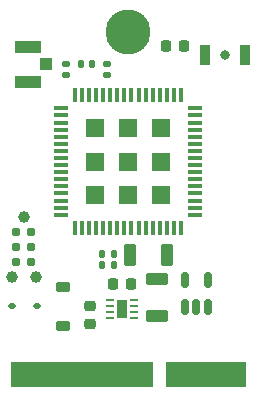
<source format=gbr>
%TF.GenerationSoftware,KiCad,Pcbnew,(7.0.0-rc2-153-g7d6218acb4)*%
%TF.CreationDate,2023-02-19T16:48:29+08:00*%
%TF.ProjectId,RAK3172-M.2-2230-Mod,52414b33-3137-4322-9d4d-2e322d323233,rev?*%
%TF.SameCoordinates,Original*%
%TF.FileFunction,Soldermask,Top*%
%TF.FilePolarity,Negative*%
%FSLAX46Y46*%
G04 Gerber Fmt 4.6, Leading zero omitted, Abs format (unit mm)*
G04 Created by KiCad (PCBNEW (7.0.0-rc2-153-g7d6218acb4)) date 2023-02-19 16:48:29*
%MOMM*%
%LPD*%
G01*
G04 APERTURE LIST*
G04 Aperture macros list*
%AMRoundRect*
0 Rectangle with rounded corners*
0 $1 Rounding radius*
0 $2 $3 $4 $5 $6 $7 $8 $9 X,Y pos of 4 corners*
0 Add a 4 corners polygon primitive as box body*
4,1,4,$2,$3,$4,$5,$6,$7,$8,$9,$2,$3,0*
0 Add four circle primitives for the rounded corners*
1,1,$1+$1,$2,$3*
1,1,$1+$1,$4,$5*
1,1,$1+$1,$6,$7*
1,1,$1+$1,$8,$9*
0 Add four rect primitives between the rounded corners*
20,1,$1+$1,$2,$3,$4,$5,0*
20,1,$1+$1,$4,$5,$6,$7,0*
20,1,$1+$1,$6,$7,$8,$9,0*
20,1,$1+$1,$8,$9,$2,$3,0*%
G04 Aperture macros list end*
%ADD10C,0.100000*%
%ADD11R,0.370000X1.170000*%
%ADD12R,1.170000X0.370000*%
%ADD13R,1.600000X1.600000*%
%ADD14RoundRect,0.150000X0.150000X-0.512500X0.150000X0.512500X-0.150000X0.512500X-0.150000X-0.512500X0*%
%ADD15RoundRect,0.140000X-0.170000X0.140000X-0.170000X-0.140000X0.170000X-0.140000X0.170000X0.140000X0*%
%ADD16RoundRect,0.250000X0.700000X-0.275000X0.700000X0.275000X-0.700000X0.275000X-0.700000X-0.275000X0*%
%ADD17RoundRect,0.062500X-0.300000X-0.062500X0.300000X-0.062500X0.300000X0.062500X-0.300000X0.062500X0*%
%ADD18R,0.900000X1.600000*%
%ADD19RoundRect,0.250000X-0.275000X-0.700000X0.275000X-0.700000X0.275000X0.700000X-0.275000X0.700000X0*%
%ADD20RoundRect,0.225000X0.225000X0.250000X-0.225000X0.250000X-0.225000X-0.250000X0.225000X-0.250000X0*%
%ADD21C,0.990600*%
%ADD22C,0.787400*%
%ADD23RoundRect,0.147500X0.147500X0.172500X-0.147500X0.172500X-0.147500X-0.172500X0.147500X-0.172500X0*%
%ADD24RoundRect,0.218750X0.218750X0.256250X-0.218750X0.256250X-0.218750X-0.256250X0.218750X-0.256250X0*%
%ADD25R,1.050000X1.000000*%
%ADD26R,2.200000X1.050000*%
%ADD27C,2.600000*%
%ADD28C,3.800000*%
%ADD29RoundRect,0.225000X0.250000X-0.225000X0.250000X0.225000X-0.250000X0.225000X-0.250000X-0.225000X0*%
%ADD30RoundRect,0.112500X0.187500X0.112500X-0.187500X0.112500X-0.187500X-0.112500X0.187500X-0.112500X0*%
%ADD31RoundRect,0.225000X0.375000X-0.225000X0.375000X0.225000X-0.375000X0.225000X-0.375000X-0.225000X0*%
%ADD32C,0.800000*%
%ADD33R,0.900000X1.700000*%
%ADD34RoundRect,0.140000X0.140000X0.170000X-0.140000X0.170000X-0.140000X-0.170000X0.140000X-0.170000X0*%
G04 APERTURE END LIST*
%TO.C,J301*%
G36*
X150975000Y-110975000D02*
G01*
X139025000Y-110975000D01*
X139025000Y-108975000D01*
X150975000Y-108975000D01*
X150975000Y-110975000D01*
G37*
D10*
X150975000Y-110975000D02*
X139025000Y-110975000D01*
X139025000Y-108975000D01*
X150975000Y-108975000D01*
X150975000Y-110975000D01*
G36*
X158875000Y-110975000D02*
G01*
X152175000Y-110975000D01*
X152175000Y-108975000D01*
X158875000Y-108975000D01*
X158875000Y-110975000D01*
G37*
X158875000Y-110975000D02*
X152175000Y-110975000D01*
X152175000Y-108975000D01*
X158875000Y-108975000D01*
X158875000Y-110975000D01*
%TD*%
D11*
%TO.C,U201*%
X144449999Y-97624999D03*
X145049999Y-97624999D03*
X145649999Y-97624999D03*
X146249999Y-97624999D03*
X146849999Y-97624999D03*
X147449999Y-97624999D03*
X148049999Y-97624999D03*
X148649999Y-97624999D03*
X149249999Y-97624999D03*
X149849999Y-97624999D03*
X150449999Y-97624999D03*
X151049999Y-97624999D03*
X151649999Y-97624999D03*
X152249999Y-97624999D03*
X152849999Y-97624999D03*
X153449999Y-97624999D03*
D12*
X154599999Y-96474999D03*
X154599999Y-95874999D03*
X154599999Y-95274999D03*
X154599999Y-94674999D03*
X154599999Y-94074999D03*
X154599999Y-93474999D03*
X154599999Y-92874999D03*
X154599999Y-92274999D03*
X154599999Y-91674999D03*
X154599999Y-91074999D03*
X154599999Y-90474999D03*
X154599999Y-89874999D03*
X154599999Y-89274999D03*
X154599999Y-88674999D03*
X154599999Y-88074999D03*
X154599999Y-87474999D03*
D11*
X153449999Y-86324999D03*
X152849999Y-86324999D03*
X152249999Y-86324999D03*
X151649999Y-86324999D03*
X151049999Y-86324999D03*
X150449999Y-86324999D03*
X149849999Y-86324999D03*
X149249999Y-86324999D03*
X148649999Y-86324999D03*
X148049999Y-86324999D03*
X147449999Y-86324999D03*
X146849999Y-86324999D03*
X146249999Y-86324999D03*
X145649999Y-86324999D03*
X145049999Y-86324999D03*
X144449999Y-86324999D03*
D12*
X143299999Y-87474999D03*
X143299999Y-88074999D03*
X143299999Y-88674999D03*
X143299999Y-89274999D03*
X143299999Y-89874999D03*
X143299999Y-90474999D03*
X143299999Y-91074999D03*
X143299999Y-91674999D03*
X143299999Y-92274999D03*
X143299999Y-92874999D03*
X143299999Y-93474999D03*
X143299999Y-94074999D03*
X143299999Y-94674999D03*
X143299999Y-95274999D03*
X143299999Y-95874999D03*
X143299999Y-96474999D03*
D13*
X146149999Y-94774999D03*
X146149999Y-91974999D03*
X146149999Y-89174999D03*
X148949999Y-94774999D03*
X148949999Y-91974999D03*
X148949999Y-89174999D03*
X151749999Y-94774999D03*
X151749999Y-91974999D03*
X151749999Y-89174999D03*
%TD*%
D14*
%TO.C,U302*%
X153800000Y-104312500D03*
X154750000Y-104312500D03*
X155700000Y-104312500D03*
X155700000Y-102037500D03*
X153800000Y-102037500D03*
%TD*%
D15*
%TO.C,C213*%
X147200000Y-83725000D03*
X147200000Y-84685000D03*
%TD*%
D16*
%TO.C,L401*%
X151450000Y-105050000D03*
X151450000Y-101900000D03*
%TD*%
D17*
%TO.C,U401*%
X147425000Y-103725000D03*
X147425000Y-104225000D03*
X147425000Y-104725000D03*
X147425000Y-105225000D03*
X149450000Y-105225000D03*
X149450000Y-104725000D03*
X149450000Y-104225000D03*
X149450000Y-103725000D03*
D18*
X148437499Y-104474999D03*
%TD*%
D19*
%TO.C,L205*%
X149125000Y-99875000D03*
X152275000Y-99875000D03*
%TD*%
D15*
%TO.C,C214*%
X143700000Y-83725000D03*
X143700000Y-84685000D03*
%TD*%
D20*
%TO.C,C402*%
X149225000Y-102375000D03*
X147675000Y-102375000D03*
%TD*%
D21*
%TO.C,CN201*%
X140150000Y-96685000D03*
X141166000Y-101765000D03*
X139134000Y-101765000D03*
D22*
X139515000Y-97955000D03*
X140785000Y-97955000D03*
X139515000Y-99225000D03*
X140785000Y-99225000D03*
X139515000Y-100495000D03*
X140785000Y-100495000D03*
%TD*%
D23*
%TO.C,L204*%
X145920000Y-83725000D03*
X144950000Y-83725000D03*
%TD*%
D24*
%TO.C,D201*%
X153737500Y-82225000D03*
X152162500Y-82225000D03*
%TD*%
D25*
%TO.C,AN201*%
X141999999Y-83724999D03*
D26*
X140474999Y-85199999D03*
X140474999Y-82249999D03*
%TD*%
D27*
%TO.C,H301*%
X148950000Y-80975000D03*
D28*
X148950000Y-80975000D03*
%TD*%
D29*
%TO.C,C403*%
X145700000Y-105725000D03*
X145700000Y-104175000D03*
%TD*%
D30*
%TO.C,D302*%
X141250000Y-104225000D03*
X139150000Y-104225000D03*
%TD*%
D31*
%TO.C,D301*%
X143450000Y-105875000D03*
X143450000Y-102575000D03*
%TD*%
D32*
%TO.C,SW201*%
X157200000Y-82975000D03*
D33*
X155499999Y-82974999D03*
X158899999Y-82974999D03*
%TD*%
D34*
%TO.C,C215*%
X147730000Y-99775000D03*
X146770000Y-99775000D03*
%TD*%
%TO.C,C216*%
X147730000Y-100775000D03*
X146770000Y-100775000D03*
%TD*%
M02*

</source>
